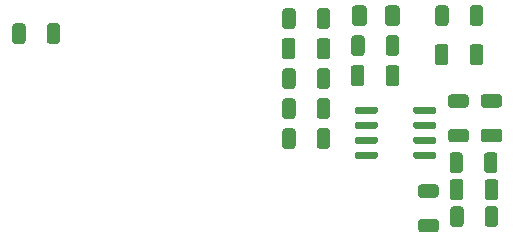
<source format=gbr>
%TF.GenerationSoftware,KiCad,Pcbnew,(5.1.10)-1*%
%TF.CreationDate,2021-10-23T23:22:00+01:00*%
%TF.ProjectId,ZMPT101enhanced,5a4d5054-3130-4316-956e-68616e636564,V1.0*%
%TF.SameCoordinates,Original*%
%TF.FileFunction,Paste,Top*%
%TF.FilePolarity,Positive*%
%FSLAX46Y46*%
G04 Gerber Fmt 4.6, Leading zero omitted, Abs format (unit mm)*
G04 Created by KiCad (PCBNEW (5.1.10)-1) date 2021-10-23 23:22:00*
%MOMM*%
%LPD*%
G01*
G04 APERTURE LIST*
G04 APERTURE END LIST*
%TO.C,C1*%
G36*
G01*
X146161999Y-92233000D02*
X147462001Y-92233000D01*
G75*
G02*
X147712000Y-92482999I0J-249999D01*
G01*
X147712000Y-93133001D01*
G75*
G02*
X147462001Y-93383000I-249999J0D01*
G01*
X146161999Y-93383000D01*
G75*
G02*
X145912000Y-93133001I0J249999D01*
G01*
X145912000Y-92482999D01*
G75*
G02*
X146161999Y-92233000I249999J0D01*
G01*
G37*
G36*
G01*
X146161999Y-95183000D02*
X147462001Y-95183000D01*
G75*
G02*
X147712000Y-95432999I0J-249999D01*
G01*
X147712000Y-96083001D01*
G75*
G02*
X147462001Y-96333000I-249999J0D01*
G01*
X146161999Y-96333000D01*
G75*
G02*
X145912000Y-96083001I0J249999D01*
G01*
X145912000Y-95432999D01*
G75*
G02*
X146161999Y-95183000I249999J0D01*
G01*
G37*
%TD*%
%TO.C,C2*%
G36*
G01*
X146237000Y-100980001D02*
X146237000Y-99679999D01*
G75*
G02*
X146486999Y-99430000I249999J0D01*
G01*
X147137001Y-99430000D01*
G75*
G02*
X147387000Y-99679999I0J-249999D01*
G01*
X147387000Y-100980001D01*
G75*
G02*
X147137001Y-101230000I-249999J0D01*
G01*
X146486999Y-101230000D01*
G75*
G02*
X146237000Y-100980001I0J249999D01*
G01*
G37*
G36*
G01*
X143287000Y-100980001D02*
X143287000Y-99679999D01*
G75*
G02*
X143536999Y-99430000I249999J0D01*
G01*
X144187001Y-99430000D01*
G75*
G02*
X144437000Y-99679999I0J-249999D01*
G01*
X144437000Y-100980001D01*
G75*
G02*
X144187001Y-101230000I-249999J0D01*
G01*
X143536999Y-101230000D01*
G75*
G02*
X143287000Y-100980001I0J249999D01*
G01*
G37*
%TD*%
%TO.C,C3*%
G36*
G01*
X134905000Y-91328001D02*
X134905000Y-90027999D01*
G75*
G02*
X135154999Y-89778000I249999J0D01*
G01*
X135805001Y-89778000D01*
G75*
G02*
X136055000Y-90027999I0J-249999D01*
G01*
X136055000Y-91328001D01*
G75*
G02*
X135805001Y-91578000I-249999J0D01*
G01*
X135154999Y-91578000D01*
G75*
G02*
X134905000Y-91328001I0J249999D01*
G01*
G37*
G36*
G01*
X137855000Y-91328001D02*
X137855000Y-90027999D01*
G75*
G02*
X138104999Y-89778000I249999J0D01*
G01*
X138755001Y-89778000D01*
G75*
G02*
X139005000Y-90027999I0J-249999D01*
G01*
X139005000Y-91328001D01*
G75*
G02*
X138755001Y-91578000I-249999J0D01*
G01*
X138104999Y-91578000D01*
G75*
G02*
X137855000Y-91328001I0J249999D01*
G01*
G37*
%TD*%
%TO.C,C4*%
G36*
G01*
X132013000Y-89042001D02*
X132013000Y-87741999D01*
G75*
G02*
X132262999Y-87492000I249999J0D01*
G01*
X132913001Y-87492000D01*
G75*
G02*
X133163000Y-87741999I0J-249999D01*
G01*
X133163000Y-89042001D01*
G75*
G02*
X132913001Y-89292000I-249999J0D01*
G01*
X132262999Y-89292000D01*
G75*
G02*
X132013000Y-89042001I0J249999D01*
G01*
G37*
G36*
G01*
X129063000Y-89042001D02*
X129063000Y-87741999D01*
G75*
G02*
X129312999Y-87492000I249999J0D01*
G01*
X129963001Y-87492000D01*
G75*
G02*
X130213000Y-87741999I0J-249999D01*
G01*
X130213000Y-89042001D01*
G75*
G02*
X129963001Y-89292000I-249999J0D01*
G01*
X129312999Y-89292000D01*
G75*
G02*
X129063000Y-89042001I0J249999D01*
G01*
G37*
%TD*%
%TO.C,C5*%
G36*
G01*
X146117000Y-88249999D02*
X146117000Y-89550001D01*
G75*
G02*
X145867001Y-89800000I-249999J0D01*
G01*
X145216999Y-89800000D01*
G75*
G02*
X144967000Y-89550001I0J249999D01*
G01*
X144967000Y-88249999D01*
G75*
G02*
X145216999Y-88000000I249999J0D01*
G01*
X145867001Y-88000000D01*
G75*
G02*
X146117000Y-88249999I0J-249999D01*
G01*
G37*
G36*
G01*
X143167000Y-88249999D02*
X143167000Y-89550001D01*
G75*
G02*
X142917001Y-89800000I-249999J0D01*
G01*
X142266999Y-89800000D01*
G75*
G02*
X142017000Y-89550001I0J249999D01*
G01*
X142017000Y-88249999D01*
G75*
G02*
X142266999Y-88000000I249999J0D01*
G01*
X142917001Y-88000000D01*
G75*
G02*
X143167000Y-88249999I0J-249999D01*
G01*
G37*
%TD*%
%TO.C,D1*%
G36*
G01*
X135005000Y-86223000D02*
X135005000Y-84973000D01*
G75*
G02*
X135255000Y-84723000I250000J0D01*
G01*
X136005000Y-84723000D01*
G75*
G02*
X136255000Y-84973000I0J-250000D01*
G01*
X136255000Y-86223000D01*
G75*
G02*
X136005000Y-86473000I-250000J0D01*
G01*
X135255000Y-86473000D01*
G75*
G02*
X135005000Y-86223000I0J250000D01*
G01*
G37*
G36*
G01*
X137805000Y-86223000D02*
X137805000Y-84973000D01*
G75*
G02*
X138055000Y-84723000I250000J0D01*
G01*
X138805000Y-84723000D01*
G75*
G02*
X139055000Y-84973000I0J-250000D01*
G01*
X139055000Y-86223000D01*
G75*
G02*
X138805000Y-86473000I-250000J0D01*
G01*
X138055000Y-86473000D01*
G75*
G02*
X137805000Y-86223000I0J250000D01*
G01*
G37*
%TD*%
%TO.C,R1*%
G36*
G01*
X144643001Y-96320500D02*
X143392999Y-96320500D01*
G75*
G02*
X143143000Y-96070501I0J249999D01*
G01*
X143143000Y-95445499D01*
G75*
G02*
X143392999Y-95195500I249999J0D01*
G01*
X144643001Y-95195500D01*
G75*
G02*
X144893000Y-95445499I0J-249999D01*
G01*
X144893000Y-96070501D01*
G75*
G02*
X144643001Y-96320500I-249999J0D01*
G01*
G37*
G36*
G01*
X144643001Y-93395500D02*
X143392999Y-93395500D01*
G75*
G02*
X143143000Y-93145501I0J249999D01*
G01*
X143143000Y-92520499D01*
G75*
G02*
X143392999Y-92270500I249999J0D01*
G01*
X144643001Y-92270500D01*
G75*
G02*
X144893000Y-92520499I0J-249999D01*
G01*
X144893000Y-93145501D01*
G75*
G02*
X144643001Y-93395500I-249999J0D01*
G01*
G37*
%TD*%
%TO.C,R2*%
G36*
G01*
X146188000Y-98669001D02*
X146188000Y-97418999D01*
G75*
G02*
X146437999Y-97169000I249999J0D01*
G01*
X147063001Y-97169000D01*
G75*
G02*
X147313000Y-97418999I0J-249999D01*
G01*
X147313000Y-98669001D01*
G75*
G02*
X147063001Y-98919000I-249999J0D01*
G01*
X146437999Y-98919000D01*
G75*
G02*
X146188000Y-98669001I0J249999D01*
G01*
G37*
G36*
G01*
X143263000Y-98669001D02*
X143263000Y-97418999D01*
G75*
G02*
X143512999Y-97169000I249999J0D01*
G01*
X144138001Y-97169000D01*
G75*
G02*
X144388000Y-97418999I0J-249999D01*
G01*
X144388000Y-98669001D01*
G75*
G02*
X144138001Y-98919000I-249999J0D01*
G01*
X143512999Y-98919000D01*
G75*
G02*
X143263000Y-98669001I0J249999D01*
G01*
G37*
%TD*%
%TO.C,R3*%
G36*
G01*
X142103001Y-103940500D02*
X140852999Y-103940500D01*
G75*
G02*
X140603000Y-103690501I0J249999D01*
G01*
X140603000Y-103065499D01*
G75*
G02*
X140852999Y-102815500I249999J0D01*
G01*
X142103001Y-102815500D01*
G75*
G02*
X142353000Y-103065499I0J-249999D01*
G01*
X142353000Y-103690501D01*
G75*
G02*
X142103001Y-103940500I-249999J0D01*
G01*
G37*
G36*
G01*
X142103001Y-101015500D02*
X140852999Y-101015500D01*
G75*
G02*
X140603000Y-100765501I0J249999D01*
G01*
X140603000Y-100140499D01*
G75*
G02*
X140852999Y-99890500I249999J0D01*
G01*
X142103001Y-99890500D01*
G75*
G02*
X142353000Y-100140499I0J-249999D01*
G01*
X142353000Y-100765501D01*
G75*
G02*
X142103001Y-101015500I-249999J0D01*
G01*
G37*
%TD*%
%TO.C,R4*%
G36*
G01*
X132025500Y-96637001D02*
X132025500Y-95386999D01*
G75*
G02*
X132275499Y-95137000I249999J0D01*
G01*
X132900501Y-95137000D01*
G75*
G02*
X133150500Y-95386999I0J-249999D01*
G01*
X133150500Y-96637001D01*
G75*
G02*
X132900501Y-96887000I-249999J0D01*
G01*
X132275499Y-96887000D01*
G75*
G02*
X132025500Y-96637001I0J249999D01*
G01*
G37*
G36*
G01*
X129100500Y-96637001D02*
X129100500Y-95386999D01*
G75*
G02*
X129350499Y-95137000I249999J0D01*
G01*
X129975501Y-95137000D01*
G75*
G02*
X130225500Y-95386999I0J-249999D01*
G01*
X130225500Y-96637001D01*
G75*
G02*
X129975501Y-96887000I-249999J0D01*
G01*
X129350499Y-96887000D01*
G75*
G02*
X129100500Y-96637001I0J249999D01*
G01*
G37*
%TD*%
%TO.C,R5*%
G36*
G01*
X134942500Y-88763001D02*
X134942500Y-87512999D01*
G75*
G02*
X135192499Y-87263000I249999J0D01*
G01*
X135817501Y-87263000D01*
G75*
G02*
X136067500Y-87512999I0J-249999D01*
G01*
X136067500Y-88763001D01*
G75*
G02*
X135817501Y-89013000I-249999J0D01*
G01*
X135192499Y-89013000D01*
G75*
G02*
X134942500Y-88763001I0J249999D01*
G01*
G37*
G36*
G01*
X137867500Y-88763001D02*
X137867500Y-87512999D01*
G75*
G02*
X138117499Y-87263000I249999J0D01*
G01*
X138742501Y-87263000D01*
G75*
G02*
X138992500Y-87512999I0J-249999D01*
G01*
X138992500Y-88763001D01*
G75*
G02*
X138742501Y-89013000I-249999J0D01*
G01*
X138117499Y-89013000D01*
G75*
G02*
X137867500Y-88763001I0J249999D01*
G01*
G37*
%TD*%
%TO.C,R6*%
G36*
G01*
X129100500Y-94097001D02*
X129100500Y-92846999D01*
G75*
G02*
X129350499Y-92597000I249999J0D01*
G01*
X129975501Y-92597000D01*
G75*
G02*
X130225500Y-92846999I0J-249999D01*
G01*
X130225500Y-94097001D01*
G75*
G02*
X129975501Y-94347000I-249999J0D01*
G01*
X129350499Y-94347000D01*
G75*
G02*
X129100500Y-94097001I0J249999D01*
G01*
G37*
G36*
G01*
X132025500Y-94097001D02*
X132025500Y-92846999D01*
G75*
G02*
X132275499Y-92597000I249999J0D01*
G01*
X132900501Y-92597000D01*
G75*
G02*
X133150500Y-92846999I0J-249999D01*
G01*
X133150500Y-94097001D01*
G75*
G02*
X132900501Y-94347000I-249999J0D01*
G01*
X132275499Y-94347000D01*
G75*
G02*
X132025500Y-94097001I0J249999D01*
G01*
G37*
%TD*%
%TO.C,R7*%
G36*
G01*
X129100500Y-91557001D02*
X129100500Y-90306999D01*
G75*
G02*
X129350499Y-90057000I249999J0D01*
G01*
X129975501Y-90057000D01*
G75*
G02*
X130225500Y-90306999I0J-249999D01*
G01*
X130225500Y-91557001D01*
G75*
G02*
X129975501Y-91807000I-249999J0D01*
G01*
X129350499Y-91807000D01*
G75*
G02*
X129100500Y-91557001I0J249999D01*
G01*
G37*
G36*
G01*
X132025500Y-91557001D02*
X132025500Y-90306999D01*
G75*
G02*
X132275499Y-90057000I249999J0D01*
G01*
X132900501Y-90057000D01*
G75*
G02*
X133150500Y-90306999I0J-249999D01*
G01*
X133150500Y-91557001D01*
G75*
G02*
X132900501Y-91807000I-249999J0D01*
G01*
X132275499Y-91807000D01*
G75*
G02*
X132025500Y-91557001I0J249999D01*
G01*
G37*
%TD*%
%TO.C,R8*%
G36*
G01*
X146249500Y-103241001D02*
X146249500Y-101990999D01*
G75*
G02*
X146499499Y-101741000I249999J0D01*
G01*
X147124501Y-101741000D01*
G75*
G02*
X147374500Y-101990999I0J-249999D01*
G01*
X147374500Y-103241001D01*
G75*
G02*
X147124501Y-103491000I-249999J0D01*
G01*
X146499499Y-103491000D01*
G75*
G02*
X146249500Y-103241001I0J249999D01*
G01*
G37*
G36*
G01*
X143324500Y-103241001D02*
X143324500Y-101990999D01*
G75*
G02*
X143574499Y-101741000I249999J0D01*
G01*
X144199501Y-101741000D01*
G75*
G02*
X144449500Y-101990999I0J-249999D01*
G01*
X144449500Y-103241001D01*
G75*
G02*
X144199501Y-103491000I-249999J0D01*
G01*
X143574499Y-103491000D01*
G75*
G02*
X143324500Y-103241001I0J249999D01*
G01*
G37*
%TD*%
%TO.C,R9*%
G36*
G01*
X129100500Y-86477001D02*
X129100500Y-85226999D01*
G75*
G02*
X129350499Y-84977000I249999J0D01*
G01*
X129975501Y-84977000D01*
G75*
G02*
X130225500Y-85226999I0J-249999D01*
G01*
X130225500Y-86477001D01*
G75*
G02*
X129975501Y-86727000I-249999J0D01*
G01*
X129350499Y-86727000D01*
G75*
G02*
X129100500Y-86477001I0J249999D01*
G01*
G37*
G36*
G01*
X132025500Y-86477001D02*
X132025500Y-85226999D01*
G75*
G02*
X132275499Y-84977000I249999J0D01*
G01*
X132900501Y-84977000D01*
G75*
G02*
X133150500Y-85226999I0J-249999D01*
G01*
X133150500Y-86477001D01*
G75*
G02*
X132900501Y-86727000I-249999J0D01*
G01*
X132275499Y-86727000D01*
G75*
G02*
X132025500Y-86477001I0J249999D01*
G01*
G37*
%TD*%
%TO.C,R10*%
G36*
G01*
X109165500Y-87747001D02*
X109165500Y-86496999D01*
G75*
G02*
X109415499Y-86247000I249999J0D01*
G01*
X110040501Y-86247000D01*
G75*
G02*
X110290500Y-86496999I0J-249999D01*
G01*
X110290500Y-87747001D01*
G75*
G02*
X110040501Y-87997000I-249999J0D01*
G01*
X109415499Y-87997000D01*
G75*
G02*
X109165500Y-87747001I0J249999D01*
G01*
G37*
G36*
G01*
X106240500Y-87747001D02*
X106240500Y-86496999D01*
G75*
G02*
X106490499Y-86247000I249999J0D01*
G01*
X107115501Y-86247000D01*
G75*
G02*
X107365500Y-86496999I0J-249999D01*
G01*
X107365500Y-87747001D01*
G75*
G02*
X107115501Y-87997000I-249999J0D01*
G01*
X106490499Y-87997000D01*
G75*
G02*
X106240500Y-87747001I0J249999D01*
G01*
G37*
%TD*%
%TO.C,R11*%
G36*
G01*
X144979500Y-86223001D02*
X144979500Y-84972999D01*
G75*
G02*
X145229499Y-84723000I249999J0D01*
G01*
X145854501Y-84723000D01*
G75*
G02*
X146104500Y-84972999I0J-249999D01*
G01*
X146104500Y-86223001D01*
G75*
G02*
X145854501Y-86473000I-249999J0D01*
G01*
X145229499Y-86473000D01*
G75*
G02*
X144979500Y-86223001I0J249999D01*
G01*
G37*
G36*
G01*
X142054500Y-86223001D02*
X142054500Y-84972999D01*
G75*
G02*
X142304499Y-84723000I249999J0D01*
G01*
X142929501Y-84723000D01*
G75*
G02*
X143179500Y-84972999I0J-249999D01*
G01*
X143179500Y-86223001D01*
G75*
G02*
X142929501Y-86473000I-249999J0D01*
G01*
X142304499Y-86473000D01*
G75*
G02*
X142054500Y-86223001I0J249999D01*
G01*
G37*
%TD*%
%TO.C,U1*%
G36*
G01*
X135234000Y-93749000D02*
X135234000Y-93449000D01*
G75*
G02*
X135384000Y-93299000I150000J0D01*
G01*
X137034000Y-93299000D01*
G75*
G02*
X137184000Y-93449000I0J-150000D01*
G01*
X137184000Y-93749000D01*
G75*
G02*
X137034000Y-93899000I-150000J0D01*
G01*
X135384000Y-93899000D01*
G75*
G02*
X135234000Y-93749000I0J150000D01*
G01*
G37*
G36*
G01*
X135234000Y-95019000D02*
X135234000Y-94719000D01*
G75*
G02*
X135384000Y-94569000I150000J0D01*
G01*
X137034000Y-94569000D01*
G75*
G02*
X137184000Y-94719000I0J-150000D01*
G01*
X137184000Y-95019000D01*
G75*
G02*
X137034000Y-95169000I-150000J0D01*
G01*
X135384000Y-95169000D01*
G75*
G02*
X135234000Y-95019000I0J150000D01*
G01*
G37*
G36*
G01*
X135234000Y-96289000D02*
X135234000Y-95989000D01*
G75*
G02*
X135384000Y-95839000I150000J0D01*
G01*
X137034000Y-95839000D01*
G75*
G02*
X137184000Y-95989000I0J-150000D01*
G01*
X137184000Y-96289000D01*
G75*
G02*
X137034000Y-96439000I-150000J0D01*
G01*
X135384000Y-96439000D01*
G75*
G02*
X135234000Y-96289000I0J150000D01*
G01*
G37*
G36*
G01*
X135234000Y-97559000D02*
X135234000Y-97259000D01*
G75*
G02*
X135384000Y-97109000I150000J0D01*
G01*
X137034000Y-97109000D01*
G75*
G02*
X137184000Y-97259000I0J-150000D01*
G01*
X137184000Y-97559000D01*
G75*
G02*
X137034000Y-97709000I-150000J0D01*
G01*
X135384000Y-97709000D01*
G75*
G02*
X135234000Y-97559000I0J150000D01*
G01*
G37*
G36*
G01*
X140184000Y-97559000D02*
X140184000Y-97259000D01*
G75*
G02*
X140334000Y-97109000I150000J0D01*
G01*
X141984000Y-97109000D01*
G75*
G02*
X142134000Y-97259000I0J-150000D01*
G01*
X142134000Y-97559000D01*
G75*
G02*
X141984000Y-97709000I-150000J0D01*
G01*
X140334000Y-97709000D01*
G75*
G02*
X140184000Y-97559000I0J150000D01*
G01*
G37*
G36*
G01*
X140184000Y-96289000D02*
X140184000Y-95989000D01*
G75*
G02*
X140334000Y-95839000I150000J0D01*
G01*
X141984000Y-95839000D01*
G75*
G02*
X142134000Y-95989000I0J-150000D01*
G01*
X142134000Y-96289000D01*
G75*
G02*
X141984000Y-96439000I-150000J0D01*
G01*
X140334000Y-96439000D01*
G75*
G02*
X140184000Y-96289000I0J150000D01*
G01*
G37*
G36*
G01*
X140184000Y-95019000D02*
X140184000Y-94719000D01*
G75*
G02*
X140334000Y-94569000I150000J0D01*
G01*
X141984000Y-94569000D01*
G75*
G02*
X142134000Y-94719000I0J-150000D01*
G01*
X142134000Y-95019000D01*
G75*
G02*
X141984000Y-95169000I-150000J0D01*
G01*
X140334000Y-95169000D01*
G75*
G02*
X140184000Y-95019000I0J150000D01*
G01*
G37*
G36*
G01*
X140184000Y-93749000D02*
X140184000Y-93449000D01*
G75*
G02*
X140334000Y-93299000I150000J0D01*
G01*
X141984000Y-93299000D01*
G75*
G02*
X142134000Y-93449000I0J-150000D01*
G01*
X142134000Y-93749000D01*
G75*
G02*
X141984000Y-93899000I-150000J0D01*
G01*
X140334000Y-93899000D01*
G75*
G02*
X140184000Y-93749000I0J150000D01*
G01*
G37*
%TD*%
M02*

</source>
